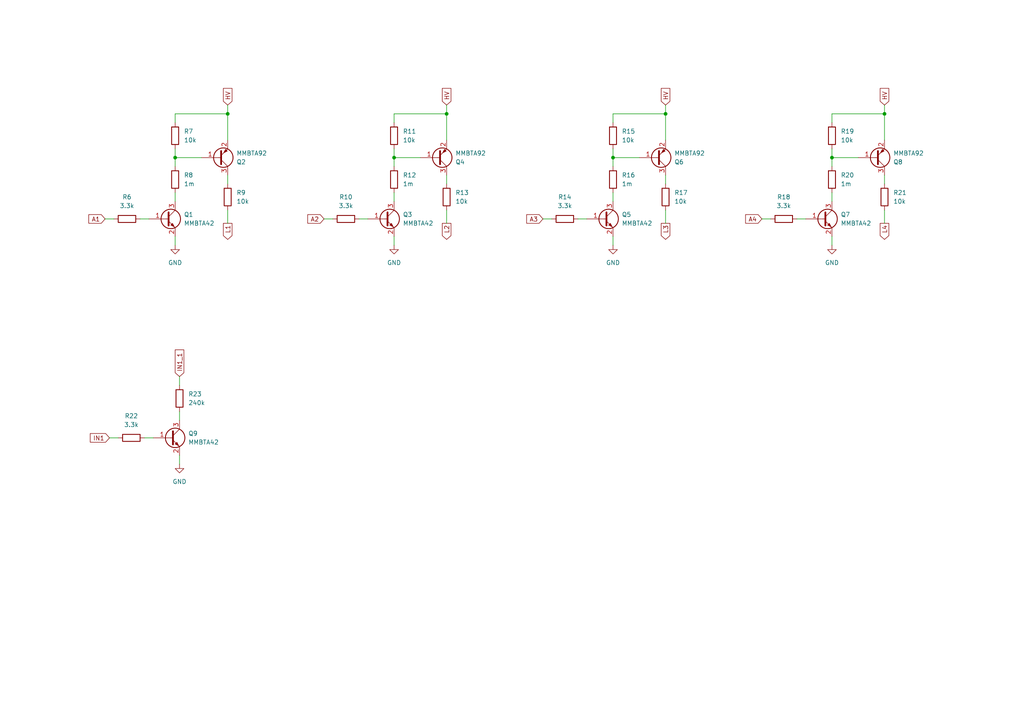
<source format=kicad_sch>
(kicad_sch (version 20230121) (generator eeschema)
  (paper "A4")
  (lib_symbols
    (symbol "Device:R" (pin_numbers hide) (pin_names (offset 0))
      (property "Reference" "R" (at 2.032 0 90))
      (property "Value" "R" (at 0 0 90))
      (symbol "R_0_1"
        (rectangle (start -1.016 -2.54) (end 1.016 2.54) (stroke (width 0.254)))
      )
      (symbol "R_1_1"
        (pin passive line (at 0 3.81 270) (length 1.27) (name "~") (number "1"))
        (pin passive line (at 0 -3.81 90) (length 1.27) (name "~") (number "2"))
      )
    )
    (symbol "Transistor_BJT:MMBTA42" (pin_names (offset 0) hide)
      (property "Reference" "Q" (at 5.08 1.905 0))
      (property "Value" "MMBTA42" (at 5.08 0 0))
      (symbol "MMBTA42_0_1"
        (polyline (pts (xy 0 0) (xy 0.635 0)))
        (polyline (pts (xy 0.635 0.635) (xy 2.54 2.54)))
        (polyline (pts (xy 0.635 -0.635) (xy 2.54 -2.54) (xy 2.54 -2.54)))
        (polyline (pts (xy 0.635 1.905) (xy 0.635 -1.905) (xy 0.635 -1.905)) (stroke (width 0.508)))
        (polyline (pts (xy 1.27 -1.778) (xy 1.778 -1.27) (xy 2.286 -2.286) (xy 1.27 -1.778) (xy 1.27 -1.778)) (fill (type outline)))
        (circle (center 1.27 0) (radius 2.8194) (stroke (width 0.254)))
      )
      (symbol "MMBTA42_1_1"
        (pin input line (at -5.08 0 0) (length 5.08) (name "B") (number "1"))
        (pin passive line (at 2.54 -5.08 90) (length 2.54) (name "E") (number "2"))
        (pin passive line (at 2.54 5.08 270) (length 2.54) (name "C") (number "3"))
      )
    )
    (symbol "Transistor_BJT:MMBTA92" (pin_names (offset 0) hide)
      (property "Reference" "Q" (at 5.08 1.905 0))
      (property "Value" "MMBTA92" (at 5.08 0 0))
      (symbol "MMBTA92_0_1"
        (polyline (pts (xy 0 0) (xy 0.635 0)))
        (polyline (pts (xy 2.54 -2.54) (xy 0.635 -0.635)))
        (polyline (pts (xy 2.54 2.54) (xy 0.635 0.635)))
        (polyline (pts (xy 0.635 1.905) (xy 0.635 -1.905) (xy 0.635 -1.905)) (stroke (width 0.508)) (fill (type outline)))
        (polyline (pts (xy 1.905 -2.413) (xy 2.413 -1.905) (xy 1.397 -1.397) (xy 1.905 -2.413) (xy 1.905 -2.413)) (fill (type outline)))
        (circle (center 1.27 0) (radius 2.8194) (stroke (width 0.254)))
      )
      (symbol "MMBTA92_1_1"
        (pin input line (at -5.08 0 0) (length 5.08) (name "B") (number "1"))
        (pin passive line (at 2.54 -5.08 90) (length 2.54) (name "E") (number "2"))
        (pin passive line (at 2.54 5.08 270) (length 2.54) (name "C") (number "3"))
      )
    )
    (symbol "power:GND" (power) (pin_names (offset 0))
      (property "Value" "GND" (at 0 -3.81 0))
      (symbol "GND_0_1"
        (polyline (pts (xy 0 0) (xy 0 -1.27) (xy 1.27 -1.27) (xy 0 -2.54) (xy -1.27 -1.27) (xy 0 -1.27)))
      )
      (symbol "GND_1_1"
        (pin power_in line (at 0 0 270) (length 0) hide (name "GND") (number "1"))
      )
    )
  )
  (junction (at 193.04 33.02))
  (junction (at 66.04 33.02))
  (junction (at 256.54 33.02))
  (junction (at 241.3 45.72))
  (junction (at 114.3 45.72))
  (junction (at 129.54 33.02))
  (junction (at 177.8 45.72))
  (junction (at 50.8 45.72))
  (wire (pts (xy 193.04 50.8) (xy 193.04 53.34)))
  (wire (pts (xy 220.98 63.5) (xy 223.52 63.5)))
  (wire (pts (xy 114.3 55.88) (xy 114.3 58.42)))
  (wire (pts (xy 177.8 33.02) (xy 193.04 33.02)))
  (wire (pts (xy 193.04 30.48) (xy 193.04 33.02)))
  (wire (pts (xy 31.75 127) (xy 34.29 127)))
  (wire (pts (xy 177.8 55.88) (xy 177.8 58.42)))
  (wire (pts (xy 129.54 30.48) (xy 129.54 33.02)))
  (wire (pts (xy 50.8 43.18) (xy 50.8 45.72)))
  (wire (pts (xy 177.8 45.72) (xy 177.8 48.26)))
  (wire (pts (xy 50.8 45.72) (xy 58.42 45.72)))
  (wire (pts (xy 129.54 33.02) (xy 129.54 40.64)))
  (wire (pts (xy 50.8 55.88) (xy 50.8 58.42)))
  (wire (pts (xy 193.04 33.02) (xy 193.04 40.64)))
  (wire (pts (xy 114.3 43.18) (xy 114.3 45.72)))
  (wire (pts (xy 66.04 30.48) (xy 66.04 33.02)))
  (wire (pts (xy 41.91 127) (xy 44.45 127)))
  (wire (pts (xy 256.54 33.02) (xy 256.54 40.64)))
  (wire (pts (xy 66.04 33.02) (xy 66.04 40.64)))
  (wire (pts (xy 50.8 33.02) (xy 66.04 33.02)))
  (wire (pts (xy 241.3 35.56) (xy 241.3 33.02)))
  (wire (pts (xy 177.8 43.18) (xy 177.8 45.72)))
  (wire (pts (xy 104.14 63.5) (xy 106.68 63.5)))
  (wire (pts (xy 241.3 43.18) (xy 241.3 45.72)))
  (wire (pts (xy 177.8 45.72) (xy 185.42 45.72)))
  (wire (pts (xy 50.8 45.72) (xy 50.8 48.26)))
  (wire (pts (xy 177.8 35.56) (xy 177.8 33.02)))
  (wire (pts (xy 66.04 60.96) (xy 66.04 64.77)))
  (wire (pts (xy 52.07 109.22) (xy 52.07 111.76)))
  (wire (pts (xy 241.3 45.72) (xy 241.3 48.26)))
  (wire (pts (xy 114.3 68.58) (xy 114.3 71.12)))
  (wire (pts (xy 167.64 63.5) (xy 170.18 63.5)))
  (wire (pts (xy 256.54 30.48) (xy 256.54 33.02)))
  (wire (pts (xy 40.64 63.5) (xy 43.18 63.5)))
  (wire (pts (xy 50.8 35.56) (xy 50.8 33.02)))
  (wire (pts (xy 256.54 60.96) (xy 256.54 64.77)))
  (wire (pts (xy 241.3 33.02) (xy 256.54 33.02)))
  (wire (pts (xy 52.07 119.38) (xy 52.07 121.92)))
  (wire (pts (xy 177.8 68.58) (xy 177.8 71.12)))
  (wire (pts (xy 52.07 132.08) (xy 52.07 134.62)))
  (wire (pts (xy 231.14 63.5) (xy 233.68 63.5)))
  (wire (pts (xy 256.54 50.8) (xy 256.54 53.34)))
  (wire (pts (xy 129.54 60.96) (xy 129.54 64.77)))
  (wire (pts (xy 30.48 63.5) (xy 33.02 63.5)))
  (wire (pts (xy 157.48 63.5) (xy 160.02 63.5)))
  (wire (pts (xy 129.54 50.8) (xy 129.54 53.34)))
  (wire (pts (xy 241.3 68.58) (xy 241.3 71.12)))
  (wire (pts (xy 193.04 60.96) (xy 193.04 64.77)))
  (wire (pts (xy 241.3 45.72) (xy 248.92 45.72)))
  (wire (pts (xy 241.3 55.88) (xy 241.3 58.42)))
  (wire (pts (xy 50.8 68.58) (xy 50.8 71.12)))
  (wire (pts (xy 66.04 50.8) (xy 66.04 53.34)))
  (wire (pts (xy 93.98 63.5) (xy 96.52 63.5)))
  (wire (pts (xy 114.3 45.72) (xy 114.3 48.26)))
  (wire (pts (xy 114.3 33.02) (xy 129.54 33.02)))
  (wire (pts (xy 114.3 45.72) (xy 121.92 45.72)))
  (wire (pts (xy 114.3 35.56) (xy 114.3 33.02)))
  (global_label "IN1_1" (shape input) (at 52.07 109.22 90) (property "Intersheetrefs" "${INTERSHEET_REFS}" (effects hide)))
  (global_label "L1" (shape output) (at 66.04 64.77 270) (property "Intersheetrefs" "${INTERSHEET_REFS}" (effects hide)))
  (global_label "L3" (shape output) (at 193.04 64.77 270) (property "Intersheetrefs" "${INTERSHEET_REFS}" (effects hide)))
  (global_label "A1" (shape input) (at 30.48 63.5 180) (property "Intersheetrefs" "${INTERSHEET_REFS}" (effects hide)))
  (global_label "HV" (shape input) (at 129.54 30.48 90) (property "Intersheetrefs" "${INTERSHEET_REFS}" (effects hide)))
  (global_label "HV" (shape input) (at 193.04 30.48 90) (property "Intersheetrefs" "${INTERSHEET_REFS}" (effects hide)))
  (global_label "L4" (shape output) (at 256.54 64.77 270) (property "Intersheetrefs" "${INTERSHEET_REFS}" (effects hide)))
  (global_label "A2" (shape input) (at 93.98 63.5 180) (property "Intersheetrefs" "${INTERSHEET_REFS}" (effects hide)))
  (global_label "IN1" (shape input) (at 31.75 127 180) (property "Intersheetrefs" "${INTERSHEET_REFS}" (effects hide)))
  (global_label "L2" (shape output) (at 129.54 64.77 270) (property "Intersheetrefs" "${INTERSHEET_REFS}" (effects hide)))
  (global_label "HV" (shape input) (at 256.54 30.48 90) (property "Intersheetrefs" "${INTERSHEET_REFS}" (effects hide)))
  (global_label "HV" (shape input) (at 66.04 30.48 90) (property "Intersheetrefs" "${INTERSHEET_REFS}" (effects hide)))
  (global_label "A4" (shape input) (at 220.98 63.5 180) (property "Intersheetrefs" "${INTERSHEET_REFS}" (effects hide)))
  (global_label "A3" (shape input) (at 157.48 63.5 180) (property "Intersheetrefs" "${INTERSHEET_REFS}" (effects hide)))
  (symbol (lib_id "Device:R") (at 177.8 52.07 180) (unit 1)
    (property "Reference" "R16" (at 180.34 50.8 0) (effects (justify right)))
    (property "Value" "1m" (at 180.34 53.34 0) (effects (justify right)))
    (property "Footprint" "Resistor_SMD:R_0805_2012Metric_Pad1.20x1.40mm_HandSolder" (effects hide))
  )
  (symbol (lib_id "Transistor_BJT:MMBTA42") (at 49.53 127 0) (unit 1)
    (property "Reference" "Q9" (at 54.61 125.73 0) (effects (justify left)))
    (property "Value" "MMBTA42" (at 54.61 128.27 0) (effects (justify left)))
    (property "Footprint" "Package_TO_SOT_SMD:SOT-23" (effects hide))
    (property "Datasheet" "https://www.onsemi.com/pub/Collateral/MMBTA42LT1-D.PDF" (effects hide))
  )
  (symbol (lib_id "Transistor_BJT:MMBTA42") (at 48.26 63.5 0) (unit 1)
    (property "Reference" "Q1" (at 53.34 62.23 0) (effects (justify left)))
    (property "Value" "MMBTA42" (at 53.34 64.77 0) (effects (justify left)))
    (property "Footprint" "Package_TO_SOT_SMD:SOT-23" (effects hide))
    (property "Datasheet" "https://www.onsemi.com/pub/Collateral/MMBTA42LT1-D.PDF" (effects hide))
  )
  (symbol (lib_id "Transistor_BJT:MMBTA42") (at 111.76 63.5 0) (unit 1)
    (property "Reference" "Q3" (at 116.84 62.23 0) (effects (justify left)))
    (property "Value" "MMBTA42" (at 116.84 64.77 0) (effects (justify left)))
    (property "Footprint" "Package_TO_SOT_SMD:SOT-23" (effects hide))
    (property "Datasheet" "https://www.onsemi.com/pub/Collateral/MMBTA42LT1-D.PDF" (effects hide))
  )
  (symbol (lib_id "Transistor_BJT:MMBTA92") (at 254 45.72 0) (mirror x) (unit 1)
    (property "Reference" "Q8" (at 259.08 46.99 0) (effects (justify left)))
    (property "Value" "MMBTA92" (at 259.08 44.45 0) (effects (justify left)))
    (property "Footprint" "Package_TO_SOT_SMD:SOT-23" (effects hide))
    (property "Datasheet" "https://www.onsemi.com/pub/Collateral/MMBTA92LT1-D.PDF" (effects hide))
  )
  (symbol (lib_id "Device:R") (at 66.04 57.15 180) (unit 1)
    (property "Reference" "R9" (at 68.58 55.88 0) (effects (justify right)))
    (property "Value" "10k" (at 68.58 58.42 0) (effects (justify right)))
    (property "Footprint" "Resistor_SMD:R_0805_2012Metric_Pad1.20x1.40mm_HandSolder" (effects hide))
  )
  (symbol (lib_id "Device:R") (at 241.3 52.07 180) (unit 1)
    (property "Reference" "R20" (at 243.84 50.8 0) (effects (justify right)))
    (property "Value" "1m" (at 243.84 53.34 0) (effects (justify right)))
    (property "Footprint" "Resistor_SMD:R_0805_2012Metric_Pad1.20x1.40mm_HandSolder" (effects hide))
  )
  (symbol (lib_id "Device:R") (at 163.83 63.5 90) (unit 1)
    (property "Reference" "R14" (at 163.83 57.15 90))
    (property "Value" "3.3k" (at 163.83 59.69 90))
    (property "Footprint" "Resistor_SMD:R_0805_2012Metric_Pad1.20x1.40mm_HandSolder" (effects hide))
  )
  (symbol (lib_id "Device:R") (at 256.54 57.15 180) (unit 1)
    (property "Reference" "R21" (at 259.08 55.88 0) (effects (justify right)))
    (property "Value" "10k" (at 259.08 58.42 0) (effects (justify right)))
    (property "Footprint" "Resistor_SMD:R_0805_2012Metric_Pad1.20x1.40mm_HandSolder" (effects hide))
  )
  (symbol (lib_id "Device:R") (at 227.33 63.5 90) (unit 1)
    (property "Reference" "R18" (at 227.33 57.15 90))
    (property "Value" "3.3k" (at 227.33 59.69 90))
    (property "Footprint" "Resistor_SMD:R_0805_2012Metric_Pad1.20x1.40mm_HandSolder" (effects hide))
  )
  (symbol (lib_id "Device:R") (at 241.3 39.37 180) (unit 1)
    (property "Reference" "R19" (at 243.84 38.1 0) (effects (justify right)))
    (property "Value" "10k" (at 243.84 40.64 0) (effects (justify right)))
    (property "Footprint" "Resistor_SMD:R_0805_2012Metric_Pad1.20x1.40mm_HandSolder" (effects hide))
  )
  (symbol (lib_id "Transistor_BJT:MMBTA92") (at 190.5 45.72 0) (mirror x) (unit 1)
    (property "Reference" "Q6" (at 195.58 46.99 0) (effects (justify left)))
    (property "Value" "MMBTA92" (at 195.58 44.45 0) (effects (justify left)))
    (property "Footprint" "Package_TO_SOT_SMD:SOT-23" (effects hide))
    (property "Datasheet" "https://www.onsemi.com/pub/Collateral/MMBTA92LT1-D.PDF" (effects hide))
  )
  (symbol (lib_id "power:GND") (at 241.3 71.12 0) (unit 1)
    (property "Reference" "#PWR018" (effects hide))
    (property "Value" "GND" (at 241.3 76.2 0))
  )
  (symbol (lib_id "Transistor_BJT:MMBTA92") (at 127 45.72 0) (mirror x) (unit 1)
    (property "Reference" "Q4" (at 132.08 46.99 0) (effects (justify left)))
    (property "Value" "MMBTA92" (at 132.08 44.45 0) (effects (justify left)))
    (property "Footprint" "Package_TO_SOT_SMD:SOT-23" (effects hide))
    (property "Datasheet" "https://www.onsemi.com/pub/Collateral/MMBTA92LT1-D.PDF" (effects hide))
  )
  (symbol (lib_id "Device:R") (at 193.04 57.15 180) (unit 1)
    (property "Reference" "R17" (at 195.58 55.88 0) (effects (justify right)))
    (property "Value" "10k" (at 195.58 58.42 0) (effects (justify right)))
    (property "Footprint" "Resistor_SMD:R_0805_2012Metric_Pad1.20x1.40mm_HandSolder" (effects hide))
  )
  (symbol (lib_id "power:GND") (at 52.07 134.62 0) (unit 1)
    (property "Reference" "#PWR021" (effects hide))
    (property "Value" "GND" (at 52.07 139.7 0))
  )
  (symbol (lib_id "Device:R") (at 50.8 52.07 180) (unit 1)
    (property "Reference" "R8" (at 53.34 50.8 0) (effects (justify right)))
    (property "Value" "1m" (at 53.34 53.34 0) (effects (justify right)))
    (property "Footprint" "Resistor_SMD:R_0805_2012Metric_Pad1.20x1.40mm_HandSolder" (effects hide))
  )
  (symbol (lib_id "Device:R") (at 114.3 39.37 180) (unit 1)
    (property "Reference" "R11" (at 116.84 38.1 0) (effects (justify right)))
    (property "Value" "10k" (at 116.84 40.64 0) (effects (justify right)))
    (property "Footprint" "Resistor_SMD:R_0805_2012Metric_Pad1.20x1.40mm_HandSolder" (effects hide))
  )
  (symbol (lib_id "Device:R") (at 52.07 115.57 180) (unit 1)
    (property "Reference" "R23" (at 54.61 114.3 0) (effects (justify right)))
    (property "Value" "240k" (at 54.61 116.84 0) (effects (justify right)))
    (property "Footprint" "Resistor_SMD:R_0805_2012Metric_Pad1.20x1.40mm_HandSolder" (effects hide))
  )
  (symbol (lib_id "Transistor_BJT:MMBTA42") (at 238.76 63.5 0) (unit 1)
    (property "Reference" "Q7" (at 243.84 62.23 0) (effects (justify left)))
    (property "Value" "MMBTA42" (at 243.84 64.77 0) (effects (justify left)))
    (property "Footprint" "Package_TO_SOT_SMD:SOT-23" (effects hide))
    (property "Datasheet" "https://www.onsemi.com/pub/Collateral/MMBTA42LT1-D.PDF" (effects hide))
  )
  (symbol (lib_id "Device:R") (at 177.8 39.37 180) (unit 1)
    (property "Reference" "R15" (at 180.34 38.1 0) (effects (justify right)))
    (property "Value" "10k" (at 180.34 40.64 0) (effects (justify right)))
    (property "Footprint" "Resistor_SMD:R_0805_2012Metric_Pad1.20x1.40mm_HandSolder" (effects hide))
  )
  (symbol (lib_id "Device:R") (at 129.54 57.15 180) (unit 1)
    (property "Reference" "R13" (at 132.08 55.88 0) (effects (justify right)))
    (property "Value" "10k" (at 132.08 58.42 0) (effects (justify right)))
    (property "Footprint" "Resistor_SMD:R_0805_2012Metric_Pad1.20x1.40mm_HandSolder" (effects hide))
  )
  (symbol (lib_id "power:GND") (at 50.8 71.12 0) (unit 1)
    (property "Reference" "#PWR015" (effects hide))
    (property "Value" "GND" (at 50.8 76.2 0))
  )
  (symbol (lib_id "Device:R") (at 36.83 63.5 90) (unit 1)
    (property "Reference" "R6" (at 36.83 57.15 90))
    (property "Value" "3.3k" (at 36.83 59.69 90))
    (property "Footprint" "Resistor_SMD:R_0805_2012Metric_Pad1.20x1.40mm_HandSolder" (effects hide))
  )
  (symbol (lib_id "Device:R") (at 38.1 127 90) (unit 1)
    (property "Reference" "R22" (at 38.1 120.65 90))
    (property "Value" "3.3k" (at 38.1 123.19 90))
    (property "Footprint" "Resistor_SMD:R_0805_2012Metric_Pad1.20x1.40mm_HandSolder" (effects hide))
  )
  (symbol (lib_id "Device:R") (at 50.8 39.37 180) (unit 1)
    (property "Reference" "R7" (at 53.34 38.1 0) (effects (justify right)))
    (property "Value" "10k" (at 53.34 40.64 0) (effects (justify right)))
    (property "Footprint" "Resistor_SMD:R_0805_2012Metric_Pad1.20x1.40mm_HandSolder" (effects hide))
  )
  (symbol (lib_id "Transistor_BJT:MMBTA92") (at 63.5 45.72 0) (mirror x) (unit 1)
    (property "Reference" "Q2" (at 68.58 46.99 0) (effects (justify left)))
    (property "Value" "MMBTA92" (at 68.58 44.45 0) (effects (justify left)))
    (property "Footprint" "Package_TO_SOT_SMD:SOT-23" (effects hide))
    (property "Datasheet" "https://www.onsemi.com/pub/Collateral/MMBTA92LT1-D.PDF" (effects hide))
  )
  (symbol (lib_id "power:GND") (at 177.8 71.12 0) (unit 1)
    (property "Reference" "#PWR017" (effects hide))
    (property "Value" "GND" (at 177.8 76.2 0))
  )
  (symbol (lib_id "Device:R") (at 100.33 63.5 90) (unit 1)
    (property "Reference" "R10" (at 100.33 57.15 90))
    (property "Value" "3.3k" (at 100.33 59.69 90))
    (property "Footprint" "Resistor_SMD:R_0805_2012Metric_Pad1.20x1.40mm_HandSolder" (effects hide))
  )
  (symbol (lib_id "Device:R") (at 114.3 52.07 180) (unit 1)
    (property "Reference" "R12" (at 116.84 50.8 0) (effects (justify right)))
    (property "Value" "1m" (at 116.84 53.34 0) (effects (justify right)))
    (property "Footprint" "Resistor_SMD:R_0805_2012Metric_Pad1.20x1.40mm_HandSolder" (effects hide))
  )
  (symbol (lib_id "Transistor_BJT:MMBTA42") (at 175.26 63.5 0) (unit 1)
    (property "Reference" "Q5" (at 180.34 62.23 0) (effects (justify left)))
    (property "Value" "MMBTA42" (at 180.34 64.77 0) (effects (justify left)))
    (property "Footprint" "Package_TO_SOT_SMD:SOT-23" (effects hide))
    (property "Datasheet" "https://www.onsemi.com/pub/Collateral/MMBTA42LT1-D.PDF" (effects hide))
  )
  (symbol (lib_id "power:GND") (at 114.3 71.12 0) (unit 1)
    (property "Reference" "#PWR016" (effects hide))
    (property "Value" "GND" (at 114.3 76.2 0))
  )
)
</source>
